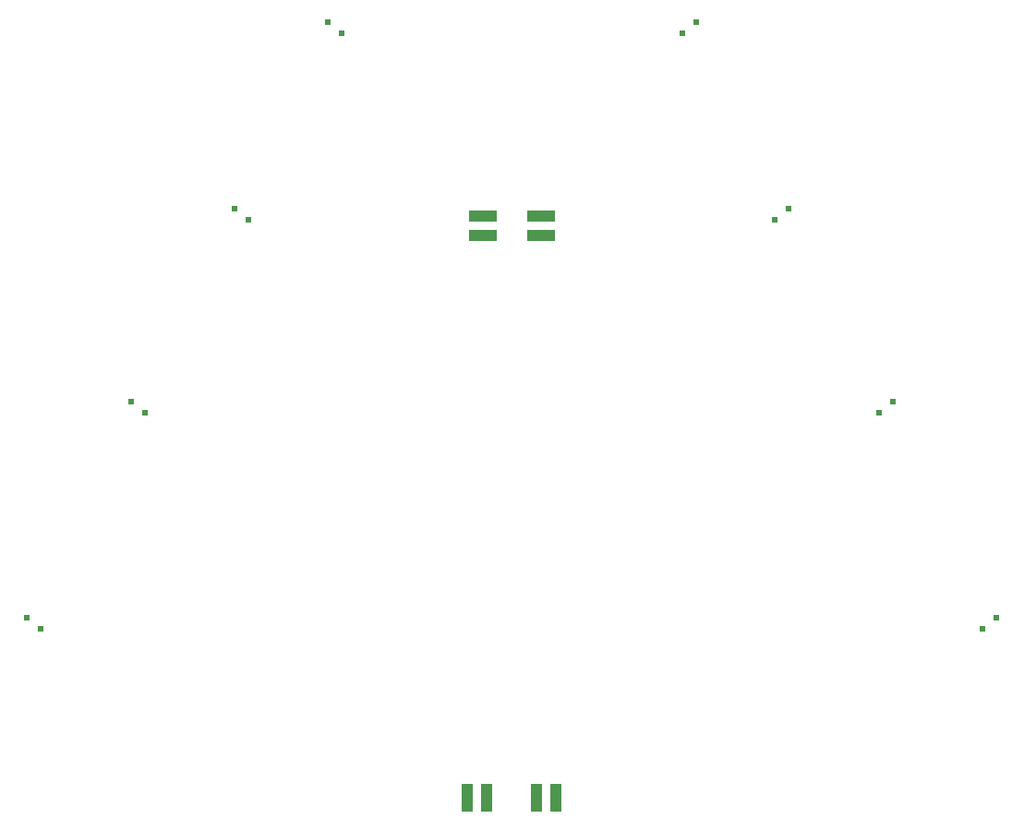
<source format=gbr>
%TF.GenerationSoftware,Altium Limited,Altium Designer,21.2.1 (34)*%
G04 Layer_Color=255*
%FSLAX25Y25*%
%MOIN*%
%TF.SameCoordinates,D824F303-33D3-4EC3-9BEE-61EECA8924FC*%
%TF.FilePolarity,Positive*%
%TF.FileFunction,Pads,Top*%
%TF.Part,Single*%
G01*
G75*
%TA.AperFunction,SMDPad,CuDef*%
%ADD10R,0.03937X0.09843*%
%ADD11R,0.09843X0.03937*%
%ADD12R,0.01968X0.01968*%
%TA.AperFunction,ViaPad*%
%ADD15R,0.03937X0.09843*%
%ADD16R,0.09843X0.03937*%
D10*
X192000Y31000D02*
D03*
X174000D02*
D03*
D11*
X193500Y241000D02*
D03*
X172500Y234000D02*
D03*
D12*
X283000Y243500D02*
D03*
X278000Y239500D02*
D03*
X358000Y96000D02*
D03*
X353000Y92000D02*
D03*
X88000Y239500D02*
D03*
X83000Y243500D02*
D03*
X121500Y307000D02*
D03*
X116500Y311000D02*
D03*
X13000Y92000D02*
D03*
X8000Y96000D02*
D03*
X320500Y174000D02*
D03*
X315500Y170000D02*
D03*
X50500D02*
D03*
X45500Y174000D02*
D03*
X249500Y311000D02*
D03*
X244500Y307000D02*
D03*
D15*
X199000Y31000D02*
D03*
X167000D02*
D03*
D16*
X193500Y234000D02*
D03*
X172500Y241000D02*
D03*
%TF.MD5,1cca9d87b1758b9dfea623fdd8432a2c*%
M02*

</source>
